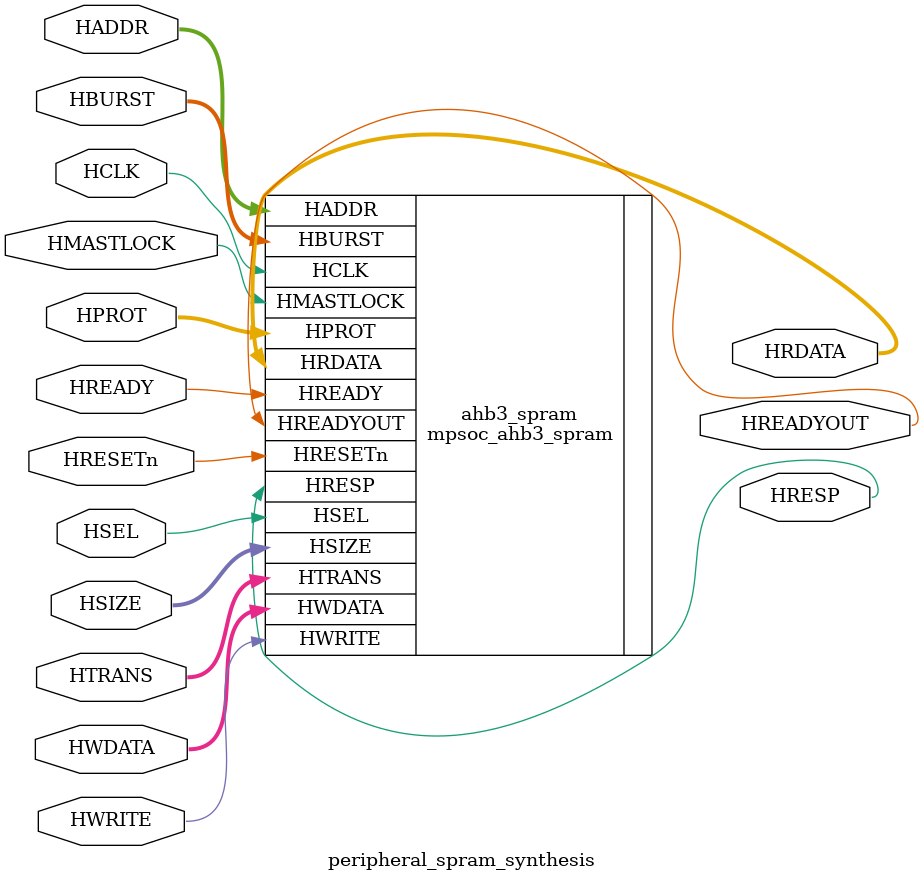
<source format=sv>

/* Copyright (c) 2018-2019 by the author(s)
 *
 * Permission is hereby granted, free of charge, to any person obtaining a copy
 * of this software and associated documentation files (the "Software"), to deal
 * in the Software without restriction, including without limitation the rights
 * to use, copy, modify, merge, publish, distribute, sublicense, and/or sell
 * copies of the Software, and to permit persons to whom the Software is
 * furnished to do so, subject to the following conditions:
 *
 * The above copyright notice and this permission notice shall be included in
 * all copies or substantial portions of the Software.
 *
 * THE SOFTWARE IS PROVIDED "AS IS", WITHOUT WARRANTY OF ANY KIND, EXPRESS OR
 * IMPLIED, INCLUDING BUT NOT LIMITED TO THE WARRANTIES OF MERCHANTABILITY,
 * FITNESS FOR A PARTICULAR PURPOSE AND NONINFRINGEMENT. IN NO EVENT SHALL THE
 * AUTHORS OR COPYRIGHT HOLDERS BE LIABLE FOR ANY CLAIM, DAMAGES OR OTHER
 * LIABILITY, WHETHER IN AN ACTION OF CONTRACT, TORT OR OTHERWISE, ARISING FROM,
 * OUT OF OR IN CONNECTION WITH THE SOFTWARE OR THE USE OR OTHER DEALINGS IN
 * THE SOFTWARE.
 *
 * =============================================================================
 * Author(s):
 *   Paco Reina Campo <pacoreinacampo@queenfield.tech>
 */

module peripheral_spram_synthesis #(
  parameter MEM_SIZE          = 256,        // Memory in Bytes
  parameter MEM_DEPTH         = 256,        // Memory depth
  parameter PLEN              = 8,
  parameter XLEN              = 32,
  parameter TECHNOLOGY        = "GENERIC",
  parameter REGISTERED_OUTPUT = "NO"
) (
  input HRESETn,
  input HCLK,

  input                 HSEL,
  input      [PLEN-1:0] HADDR,
  input      [XLEN-1:0] HWDATA,
  output reg [XLEN-1:0] HRDATA,
  input                 HWRITE,
  input      [     2:0] HSIZE,
  input      [     2:0] HBURST,
  input      [     3:0] HPROT,
  input      [     1:0] HTRANS,
  input                 HMASTLOCK,
  output reg            HREADYOUT,
  input                 HREADY,
  output                HRESP
);

  //////////////////////////////////////////////////////////////////
  // Module Body
  //////////////////////////////////////////////////////////////////////////////

  // DUT AHB3
  mpsoc_ahb3_spram #(
    .MEM_SIZE         (MEM_SIZE),
    .MEM_DEPTH        (MEM_DEPTH),
    .PLEN             (PLEN),
    .XLEN             (XLEN),
    .TECHNOLOGY       (TECHNOLOGY),
    .REGISTERED_OUTPUT(REGISTERED_OUTPUT)
  ) ahb3_spram (
    .HRESETn(HRESETn),
    .HCLK   (HCLK),

    .HSEL     (HSEL),
    .HADDR    (HADDR),
    .HWDATA   (HWDATA),
    .HRDATA   (HRDATA),
    .HWRITE   (HWRITE),
    .HSIZE    (HSIZE),
    .HBURST   (HBURST),
    .HPROT    (HPROT),
    .HTRANS   (HTRANS),
    .HMASTLOCK(HMASTLOCK),
    .HREADYOUT(HREADYOUT),
    .HREADY   (HREADY),
    .HRESP    (HRESP)
  );
endmodule

</source>
